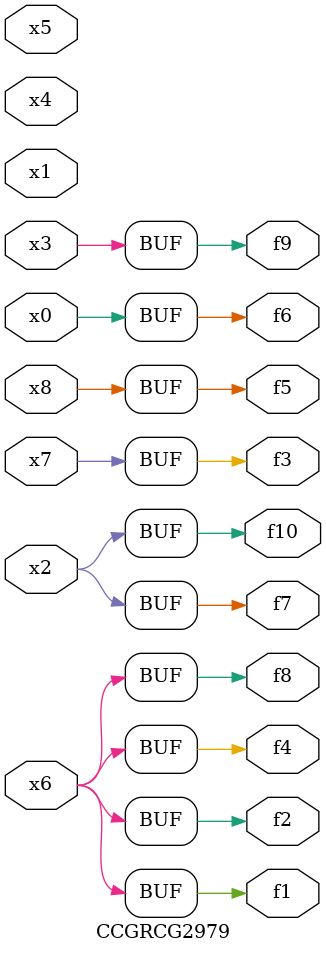
<source format=v>
module CCGRCG2979(
	input x0, x1, x2, x3, x4, x5, x6, x7, x8,
	output f1, f2, f3, f4, f5, f6, f7, f8, f9, f10
);
	assign f1 = x6;
	assign f2 = x6;
	assign f3 = x7;
	assign f4 = x6;
	assign f5 = x8;
	assign f6 = x0;
	assign f7 = x2;
	assign f8 = x6;
	assign f9 = x3;
	assign f10 = x2;
endmodule

</source>
